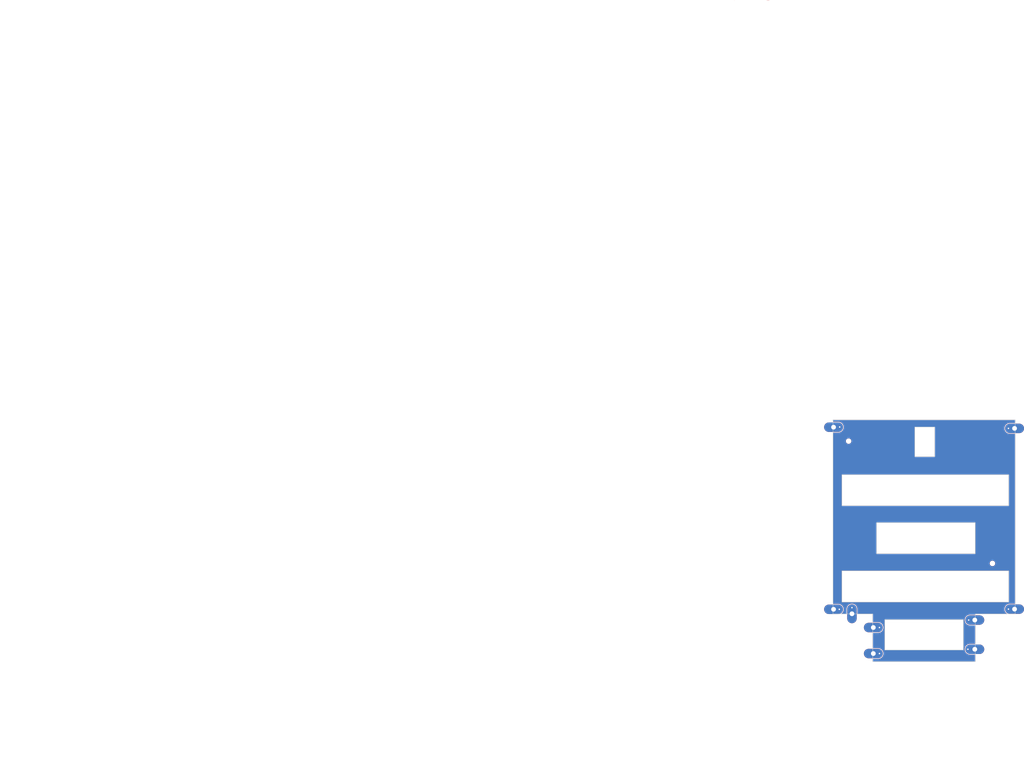
<source format=kicad_pcb>
(kicad_pcb (version 20211014) (generator pcbnew)
  (layers (0 "F.Cu" signal) (31 "B.Cu" signal) (34 "B.Paste" user) (35 "F.Paste" user) (36 "B.SilkS" user "B.Silkscreen") (37 "F.SilkS" user "F.Silkscreen") (38 "B.Mask" user) (39 "F.Mask" user) (44 "Edge.Cuts" user))
  (net 0 "")
  (net 1 "GND")
  (net 2 "Net-(D1-Pad2)")
  (net 3 "Net-(D21-Pad1)")
  (net 4 "VDD")
  (net 5 "Net-(D39-Pad1)")
  (footprint "" (layer "F.Cu") (at 145.75 82.884717 90)
    (fp_text reference "" (at 0 0 90) (layer "F.SilkS") (effects (font (size 1.27 1.27))))
    (fp_text value "" (at 0 0 90) (layer "F.SilkS") (effects (font (size 1.27 1.27))))
    (pad "" thru_hole oval (at 0 0 90) (size 2.54 5.08) (drill 1.27) (property pad_prop_castellated) (layers *.Cu *.Mask) (net 2 "Net-(D1-Pad2)"))
  )
  (footprint "" (layer "F.Cu") (at 145.75 131.884717)
    (fp_text reference "" (at 0 0) (layer "F.SilkS") (effects (font (size 1.27 1.27))))
    (fp_text value "" (at 0 0) (layer "F.SilkS") (effects (font (size 1.27 1.27))))
    (pad "" thru_hole oval (at 0 0) (size 5.08 2.54) (drill 1.27) (property pad_prop_castellated) (layers *.Cu *.Mask) (net 2 "Net-(D1-Pad2)"))
  )
  (footprint "" (layer "F.Cu") (at 194.45 131.834717)
    (fp_text reference "" (at 0 0) (layer "F.SilkS") (effects (font (size 1.27 1.27))))
    (fp_text value "" (at 0 0) (layer "F.SilkS") (effects (font (size 1.27 1.27))))
    (pad "" thru_hole oval (at 0 0) (size 5.08 2.54) (drill 1.27) (property pad_prop_castellated) (layers *.Cu *.Mask) (net 1 "GND"))
  )
  (footprint "" (layer "F.Cu") (at 183.75 142.634717)
    (fp_text reference "" (at 0 0) (layer "F.SilkS") (effects (font (size 1.27 1.27))))
    (fp_text value "" (at 0 0) (layer "F.SilkS") (effects (font (size 1.27 1.27))))
    (pad "" thru_hole oval (at 0 0) (size 5.08 2.54) (drill 1.27) (property pad_prop_castellated) (layers *.Cu *.Mask) (net 5 "Net-(D39-Pad1)"))
  )
  (footprint "" (layer "F.Cu") (at 149.8 86.634717)
    (fp_text reference "" (at 0 0) (layer "F.SilkS") (effects (font (size 1.27 1.27))))
    (fp_text value "" (at 0 0) (layer "F.SilkS") (effects (font (size 1.27 1.27))))
    (pad "" np_thru_hole circle (at 0 0) (size 1 1) (drill 1) (layers F&B.Cu *.Mask))
  )
  (footprint "" (layer "F.Cu") (at 156.45 136.784717)
    (fp_text reference "" (at 0 0) (layer "F.SilkS") (effects (font (size 1.27 1.27))))
    (fp_text value "" (at 0 0) (layer "F.SilkS") (effects (font (size 1.27 1.27))))
    (pad "" thru_hole oval (at 0 0) (size 5.08 2.54) (drill 1.27) (property pad_prop_castellated) (layers *.Cu *.Mask) (net 2 "Net-(D1-Pad2)"))
  )
  (footprint "" (layer "F.Cu") (at 150.7 133.084717)
    (fp_text reference "" (at 0 0) (layer "F.SilkS") (effects (font (size 1.27 1.27))))
    (fp_text value "" (at 0 0) (layer "F.SilkS") (effects (font (size 1.27 1.27))))
    (pad "" thru_hole oval (at 0 0) (size 2.54 5.08) (drill 1.27) (property pad_prop_castellated) (layers *.Cu *.Mask) (net 4 "VDD"))
  )
  (footprint "" (layer "F.Cu") (at 156.45 143.784717)
    (fp_text reference "" (at 0 0) (layer "F.SilkS") (effects (font (size 1.27 1.27))))
    (fp_text value "" (at 0 0) (layer "F.SilkS") (effects (font (size 1.27 1.27))))
    (pad "" thru_hole oval (at 0 0) (size 5.08 2.54) (drill 1.27) (property pad_prop_castellated) (layers *.Cu *.Mask) (net 4 "VDD"))
  )
  (footprint "" (layer "F.Cu") (at 188.5 119.534717)
    (fp_text reference "" (at 0 0) (layer "F.SilkS") (effects (font (size 1.27 1.27))))
    (fp_text value "" (at 0 0) (layer "F.SilkS") (effects (font (size 1.27 1.27))))
    (pad "" np_thru_hole circle (at 0 0) (size 1 1) (drill 1) (layers F&B.Cu *.Mask))
  )
  (footprint "" (layer "F.Cu") (at 183.75 134.134717)
    (fp_text reference "" (at 0 0) (layer "F.SilkS") (effects (font (size 1.27 1.27))))
    (fp_text value "" (at 0 0) (layer "F.SilkS") (effects (font (size 1.27 1.27))))
    (pad "" thru_hole oval (at 0 0.635) (size 5.08 2.54) (drill 1.27) (property pad_prop_castellated) (layers *.Cu *.Mask) (net 3 "Net-(D21-Pad1)"))
  )
  (footprint "" (layer "F.Cu") (at 194.45 81.934717)
    (fp_text reference "" (at 0 0) (layer "F.SilkS") (effects (font (size 1.27 1.27))))
    (fp_text value "" (at 0 0) (layer "F.SilkS") (effects (font (size 1.27 1.27))))
    (pad "" thru_hole oval (at 0 1.27) (size 5.08 2.54) (drill 1.27) (property pad_prop_castellated) (layers *.Cu *.Mask) (net 1 "GND"))
  )
  (gr_line (start 145.6 80.934717) (end 194.6 80.934717) (layer "Edge.Cuts") (width 0.1))
  (gr_line (start 156.3 145.934717) (end 156.3 133.134717) (layer "Edge.Cuts") (width 0.1))
  (gr_rect (start 167.6 82.834717) (end 173 90.834717) (layer "Edge.Cuts") (width 0.1) (fill none))
  (gr_rect (start 157.3 108.534717) (end 183.9 116.934717) (layer "Edge.Cuts") (width 0.1) (fill none))
  (gr_rect (start 148 121.534717) (end 192.9 129.934717) (layer "Edge.Cuts") (width 0.1) (fill none))
  (gr_line (start 183.9 145.934717) (end 183.9 133.134717) (layer "Edge.Cuts") (width 0.1))
  (gr_line (start 183.9 133.134717) (end 194.6 133.134717) (layer "Edge.Cuts") (width 0.1))
  (gr_line (start 156.3 133.134717) (end 145.6 133.134717) (layer "Edge.Cuts") (width 0.1))
  (gr_rect (start 159.5 134.634717) (end 180.7 142.834717) (layer "Edge.Cuts") (width 0.1) (fill none))
  (gr_line (start 145.6 133.134717) (end 145.6 80.934717) (layer "Edge.Cuts") (width 0.1))
  (gr_line (start 194.6 80.934717) (end 194.6 133.134717) (layer "Edge.Cuts") (width 0.1))
  (gr_rect (start 148 95.634717) (end 192.9 104.034717) (layer "Edge.Cuts") (width 0.1) (fill none))
  (gr_line (start 183.9 145.934717) (end 156.3 145.934717) (layer "Edge.Cuts") (width 0.1))
  (gr_text "FUCKING" (at 127.747784 -31.890067) (layer "F.Cu") (effects (font (size 0.12 0.108) (thickness 0.015)) (justify left bottom)))
  (gr_text "I " (at 119.038852 -31.828274) (layer "F.Cu") (effects (font (size 0.12 0.108) (thickness 0.015)) (justify left bottom)))
  (via (at 192.8 83.204717) (size 0.8) (drill 0.4) (layers "F.Cu" "B.Cu") (net 1))
  (via (at 192.8 131.834717) (size 0.8) (drill 0.4) (layers "F.Cu" "B.Cu") (net 1))
  (via (at 158.1 136.784717) (size 0.8) (drill 0.4) (layers "F.Cu" "B.Cu") (net 2))
  (via (at 147.3 131.884717) (size 0.8) (drill 0.4) (layers "F.Cu" "B.Cu") (net 2))
  (via (at 147.4 82.834717) (size 0.8) (drill 0.4) (layers "F.Cu" "B.Cu") (net 2))
  (via (at 182.1 134.769717) (size 0.8) (drill 0.4) (layers "F.Cu" "B.Cu") (net 3))
  (via (at 158.1 143.784717) (size 0.8) (drill 0.4) (layers "F.Cu" "B.Cu") (net 4))
  (via (at 150.7 131.434717) (size 0.8) (drill 0.4) (layers "F.Cu" "B.Cu") (net 4))
  (via (at 181.9 142.634717) (size 0.8) (drill 0.4) (layers "F.Cu" "B.Cu") (net 5))
  (zone (net 0) (net_name "") (layers F&B.Cu) (connect_pads (clearance 0)) (min_thickness 0.0254) (fill yes (thermal_gap 0.254) (thermal_bridge_width 0.254))
    (polygon (pts (xy 194.6 133.134717) (xy 183.9 133.134717) (xy 183.9 145.934717) (xy 156.3 145.934717) (xy 156.3 133.134717) (xy 145.6 133.134717) (xy 145.6 80.934717) (xy 194.6 80.934717)))
  )
)
</source>
